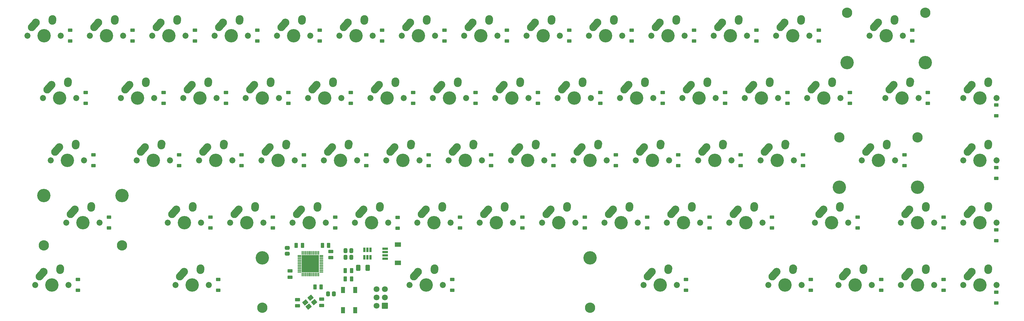
<source format=gbr>
G04 #@! TF.GenerationSoftware,KiCad,Pcbnew,(6.0.1)*
G04 #@! TF.CreationDate,2022-06-10T16:34:35-07:00*
G04 #@! TF.ProjectId,artemis-65,61727465-6d69-4732-9d36-352e6b696361,rev?*
G04 #@! TF.SameCoordinates,Original*
G04 #@! TF.FileFunction,Soldermask,Bot*
G04 #@! TF.FilePolarity,Negative*
%FSLAX46Y46*%
G04 Gerber Fmt 4.6, Leading zero omitted, Abs format (unit mm)*
G04 Created by KiCad (PCBNEW (6.0.1)) date 2022-06-10 16:34:35*
%MOMM*%
%LPD*%
G01*
G04 APERTURE LIST*
G04 Aperture macros list*
%AMRoundRect*
0 Rectangle with rounded corners*
0 $1 Rounding radius*
0 $2 $3 $4 $5 $6 $7 $8 $9 X,Y pos of 4 corners*
0 Add a 4 corners polygon primitive as box body*
4,1,4,$2,$3,$4,$5,$6,$7,$8,$9,$2,$3,0*
0 Add four circle primitives for the rounded corners*
1,1,$1+$1,$2,$3*
1,1,$1+$1,$4,$5*
1,1,$1+$1,$6,$7*
1,1,$1+$1,$8,$9*
0 Add four rect primitives between the rounded corners*
20,1,$1+$1,$2,$3,$4,$5,0*
20,1,$1+$1,$4,$5,$6,$7,0*
20,1,$1+$1,$6,$7,$8,$9,0*
20,1,$1+$1,$8,$9,$2,$3,0*%
%AMHorizOval*
0 Thick line with rounded ends*
0 $1 width*
0 $2 $3 position (X,Y) of the first rounded end (center of the circle)*
0 $4 $5 position (X,Y) of the second rounded end (center of the circle)*
0 Add line between two ends*
20,1,$1,$2,$3,$4,$5,0*
0 Add two circle primitives to create the rounded ends*
1,1,$1,$2,$3*
1,1,$1,$4,$5*%
G04 Aperture macros list end*
%ADD10RoundRect,0.300000X0.250000X0.475000X-0.250000X0.475000X-0.250000X-0.475000X0.250000X-0.475000X0*%
%ADD11RoundRect,0.300000X-0.250000X-0.475000X0.250000X-0.475000X0.250000X0.475000X-0.250000X0.475000X0*%
%ADD12RoundRect,0.112500X0.475000X0.062500X-0.475000X0.062500X-0.475000X-0.062500X0.475000X-0.062500X0*%
%ADD13RoundRect,0.112500X0.062500X0.475000X-0.062500X0.475000X-0.062500X-0.475000X0.062500X-0.475000X0*%
%ADD14RoundRect,0.050000X2.600000X2.600000X-2.600000X2.600000X-2.600000X-2.600000X2.600000X-2.600000X0*%
%ADD15C,4.087800*%
%ADD16C,1.850000*%
%ADD17HorizOval,2.350000X0.655001X0.730000X-0.655001X-0.730000X0*%
%ADD18C,2.350000*%
%ADD19HorizOval,2.350000X0.020000X0.290000X-0.020000X-0.290000X0*%
%ADD20C,3.148000*%
%ADD21C,1.800000*%
%ADD22RoundRect,0.050000X-0.850000X-0.850000X0.850000X-0.850000X0.850000X0.850000X-0.850000X0.850000X0*%
%ADD23RoundRect,0.050000X0.600000X-0.450000X0.600000X0.450000X-0.600000X0.450000X-0.600000X-0.450000X0*%
%ADD24RoundRect,0.300000X0.475000X-0.250000X0.475000X0.250000X-0.475000X0.250000X-0.475000X-0.250000X0*%
%ADD25RoundRect,0.300000X-0.262500X-0.450000X0.262500X-0.450000X0.262500X0.450000X-0.262500X0.450000X0*%
%ADD26RoundRect,0.050000X-0.550000X0.900000X-0.550000X-0.900000X0.550000X-0.900000X0.550000X0.900000X0*%
%ADD27RoundRect,0.200000X0.150000X-0.512500X0.150000X0.512500X-0.150000X0.512500X-0.150000X-0.512500X0*%
%ADD28RoundRect,0.050000X-0.150559X-0.909578X0.921904X-0.009675X0.150559X0.909578X-0.921904X0.009675X0*%
%ADD29RoundRect,0.300000X0.450000X-0.262500X0.450000X0.262500X-0.450000X0.262500X-0.450000X-0.262500X0*%
%ADD30RoundRect,0.300000X0.262500X0.450000X-0.262500X0.450000X-0.262500X-0.450000X0.262500X-0.450000X0*%
%ADD31RoundRect,0.300000X0.375000X0.625000X-0.375000X0.625000X-0.375000X-0.625000X0.375000X-0.625000X0*%
%ADD32RoundRect,0.300000X-0.475000X0.250000X-0.475000X-0.250000X0.475000X-0.250000X0.475000X0.250000X0*%
%ADD33RoundRect,0.050000X-0.900000X0.600000X-0.900000X-0.600000X0.900000X-0.600000X0.900000X0.600000X0*%
%ADD34RoundRect,0.050000X-0.775000X0.300000X-0.775000X-0.300000X0.775000X-0.300000X0.775000X0.300000X0*%
G04 APERTURE END LIST*
D10*
X97216000Y-90297000D03*
X95316000Y-90297000D03*
D11*
X89215000Y-90297000D03*
X87315000Y-90297000D03*
D12*
X94986500Y-93400000D03*
X94986500Y-93900000D03*
X94986500Y-94400000D03*
X94986500Y-94900000D03*
X94986500Y-95400000D03*
X94986500Y-95900000D03*
X94986500Y-96400000D03*
X94986500Y-96900000D03*
X94986500Y-97400000D03*
X94986500Y-97900000D03*
X94986500Y-98400000D03*
D13*
X94149000Y-99237500D03*
X93649000Y-99237500D03*
X93149000Y-99237500D03*
X92649000Y-99237500D03*
X92149000Y-99237500D03*
X91649000Y-99237500D03*
X91149000Y-99237500D03*
X90649000Y-99237500D03*
X90149000Y-99237500D03*
X89649000Y-99237500D03*
X89149000Y-99237500D03*
D12*
X88311500Y-98400000D03*
X88311500Y-97900000D03*
X88311500Y-97400000D03*
X88311500Y-96900000D03*
X88311500Y-96400000D03*
X88311500Y-95900000D03*
X88311500Y-95400000D03*
X88311500Y-94900000D03*
X88311500Y-94400000D03*
X88311500Y-93900000D03*
X88311500Y-93400000D03*
D13*
X89149000Y-92562500D03*
X89649000Y-92562500D03*
X90149000Y-92562500D03*
X90649000Y-92562500D03*
X91149000Y-92562500D03*
X91649000Y-92562500D03*
X92149000Y-92562500D03*
X92649000Y-92562500D03*
X93149000Y-92562500D03*
X93649000Y-92562500D03*
X94149000Y-92562500D03*
D14*
X91649000Y-95900000D03*
D15*
X177006250Y-64293750D03*
D16*
X182086250Y-64293750D03*
X171926250Y-64293750D03*
D17*
X173851251Y-61023750D03*
D18*
X174506250Y-60293750D03*
X179546250Y-59213750D03*
D19*
X179526250Y-59503750D03*
D15*
X96043750Y-45243750D03*
D16*
X101123750Y-45243750D03*
X90963750Y-45243750D03*
D17*
X92888751Y-41973750D03*
D18*
X93543750Y-41243750D03*
X98583750Y-40163750D03*
D19*
X98563750Y-40453750D03*
D16*
X38576250Y-64293750D03*
X48736250Y-64293750D03*
D15*
X43656250Y-64293750D03*
D17*
X40501251Y-61023750D03*
D18*
X41156250Y-60293750D03*
D19*
X46176250Y-59503750D03*
D18*
X46196250Y-59213750D03*
D16*
X200501250Y-83343750D03*
D15*
X205581250Y-83343750D03*
D16*
X210661250Y-83343750D03*
D18*
X203081250Y-79343750D03*
D17*
X202426251Y-80073750D03*
D18*
X208121250Y-78263750D03*
D19*
X208101250Y-78553750D03*
D20*
X279431750Y-19208750D03*
D16*
X272573750Y-26193750D03*
D15*
X255555750Y-34448750D03*
X279431750Y-34448750D03*
X267493750Y-26193750D03*
D20*
X255555750Y-19208750D03*
D16*
X262413750Y-26193750D03*
D18*
X264993750Y-22193750D03*
D17*
X264338751Y-22923750D03*
D19*
X270013750Y-21403750D03*
D18*
X270033750Y-21113750D03*
D16*
X129698750Y-26193750D03*
X119538750Y-26193750D03*
D15*
X124618750Y-26193750D03*
D17*
X121463751Y-22923750D03*
D18*
X122118750Y-22193750D03*
X127158750Y-21113750D03*
D19*
X127138750Y-21403750D03*
D16*
X205263750Y-45243750D03*
X215423750Y-45243750D03*
D15*
X210343750Y-45243750D03*
D17*
X207188751Y-41973750D03*
D18*
X207843750Y-41243750D03*
D19*
X212863750Y-40453750D03*
D18*
X212883750Y-40163750D03*
D16*
X267176250Y-45243750D03*
X277336250Y-45243750D03*
D15*
X272256250Y-45243750D03*
D18*
X269756250Y-41243750D03*
D17*
X269101251Y-41973750D03*
D19*
X274776250Y-40453750D03*
D18*
X274796250Y-40163750D03*
D16*
X270192500Y-64293750D03*
D15*
X277050500Y-72548750D03*
D20*
X253174500Y-57308750D03*
D15*
X265112500Y-64293750D03*
X253174500Y-72548750D03*
D16*
X260032500Y-64293750D03*
D20*
X277050500Y-57308750D03*
D17*
X261957501Y-61023750D03*
D18*
X262612500Y-60293750D03*
X267652500Y-59213750D03*
D19*
X267632500Y-59503750D03*
D16*
X290988750Y-45243750D03*
D15*
X296068750Y-45243750D03*
D16*
X301148750Y-45243750D03*
D17*
X292913751Y-41973750D03*
D18*
X293568750Y-41243750D03*
X298608750Y-40163750D03*
D19*
X298588750Y-40453750D03*
D15*
X172243750Y-45243750D03*
D16*
X177323750Y-45243750D03*
X167163750Y-45243750D03*
D17*
X169088751Y-41973750D03*
D18*
X169743750Y-41243750D03*
D19*
X174763750Y-40453750D03*
D18*
X174783750Y-40163750D03*
D15*
X277018750Y-83343750D03*
D16*
X282098750Y-83343750D03*
X271938750Y-83343750D03*
D17*
X273863751Y-80073750D03*
D18*
X274518750Y-79343750D03*
D19*
X279538750Y-78553750D03*
D18*
X279558750Y-78263750D03*
D16*
X243998750Y-26193750D03*
X233838750Y-26193750D03*
D15*
X238918750Y-26193750D03*
D18*
X236418750Y-22193750D03*
D17*
X235763751Y-22923750D03*
D18*
X241458750Y-21113750D03*
D19*
X241438750Y-21403750D03*
D16*
X301148750Y-64293750D03*
D15*
X296068750Y-64293750D03*
D16*
X290988750Y-64293750D03*
D17*
X292913751Y-61023750D03*
D18*
X293568750Y-60293750D03*
D19*
X298588750Y-59503750D03*
D18*
X298608750Y-59213750D03*
D16*
X138588750Y-26193750D03*
D15*
X143668750Y-26193750D03*
D16*
X148748750Y-26193750D03*
D18*
X141168750Y-22193750D03*
D17*
X140513751Y-22923750D03*
D18*
X146208750Y-21113750D03*
D19*
X146188750Y-21403750D03*
D16*
X195738750Y-26193750D03*
X205898750Y-26193750D03*
D15*
X200818750Y-26193750D03*
D18*
X198318750Y-22193750D03*
D17*
X197663751Y-22923750D03*
D19*
X203338750Y-21403750D03*
D18*
X203358750Y-21113750D03*
D16*
X252888750Y-102393750D03*
D15*
X257968750Y-102393750D03*
D16*
X263048750Y-102393750D03*
D17*
X254813751Y-99123750D03*
D18*
X255468750Y-98393750D03*
D19*
X260488750Y-97603750D03*
D18*
X260508750Y-97313750D03*
D15*
X224631250Y-83343750D03*
D16*
X229711250Y-83343750D03*
X219551250Y-83343750D03*
D17*
X221476251Y-80073750D03*
D18*
X222131250Y-79343750D03*
D19*
X227151250Y-78553750D03*
D18*
X227171250Y-78263750D03*
D16*
X110648750Y-26193750D03*
D15*
X105568750Y-26193750D03*
D16*
X100488750Y-26193750D03*
D17*
X102413751Y-22923750D03*
D18*
X103068750Y-22193750D03*
X108108750Y-21113750D03*
D19*
X108088750Y-21403750D03*
D16*
X62388750Y-26193750D03*
X72548750Y-26193750D03*
D15*
X67468750Y-26193750D03*
D17*
X64313751Y-22923750D03*
D18*
X64968750Y-22193750D03*
X70008750Y-21113750D03*
D19*
X69988750Y-21403750D03*
D16*
X17780000Y-102393750D03*
X7620000Y-102393750D03*
D15*
X12700000Y-102393750D03*
D17*
X9545001Y-99123750D03*
D18*
X10200000Y-98393750D03*
D19*
X15220000Y-97603750D03*
D18*
X15240000Y-97313750D03*
D15*
X153193750Y-45243750D03*
D16*
X158273750Y-45243750D03*
X148113750Y-45243750D03*
D17*
X150038751Y-41973750D03*
D18*
X150693750Y-41243750D03*
X155733750Y-40163750D03*
D19*
X155713750Y-40453750D03*
D16*
X20161250Y-45243750D03*
D15*
X15081250Y-45243750D03*
D16*
X10001250Y-45243750D03*
D18*
X12581250Y-41243750D03*
D17*
X11926251Y-41973750D03*
D19*
X17601250Y-40453750D03*
D18*
X17621250Y-40163750D03*
D15*
X248443750Y-45243750D03*
D16*
X253523750Y-45243750D03*
X243363750Y-45243750D03*
D17*
X245288751Y-41973750D03*
D18*
X245943750Y-41243750D03*
X250983750Y-40163750D03*
D19*
X250963750Y-40453750D03*
D16*
X143351250Y-83343750D03*
X153511250Y-83343750D03*
D15*
X148431250Y-83343750D03*
D18*
X145931250Y-79343750D03*
D17*
X145276251Y-80073750D03*
D19*
X150951250Y-78553750D03*
D18*
X150971250Y-78263750D03*
D16*
X105886250Y-64293750D03*
X95726250Y-64293750D03*
D15*
X100806250Y-64293750D03*
D17*
X97651251Y-61023750D03*
D18*
X98306250Y-60293750D03*
X103346250Y-59213750D03*
D19*
X103326250Y-59503750D03*
D15*
X134143750Y-45243750D03*
D16*
X129063750Y-45243750D03*
X139223750Y-45243750D03*
D18*
X131643750Y-41243750D03*
D17*
X130988751Y-41973750D03*
D18*
X136683750Y-40163750D03*
D19*
X136663750Y-40453750D03*
D16*
X115411250Y-83343750D03*
D15*
X110331250Y-83343750D03*
D16*
X105251250Y-83343750D03*
D18*
X107831250Y-79343750D03*
D17*
X107176251Y-80073750D03*
D18*
X112871250Y-78263750D03*
D19*
X112851250Y-78553750D03*
D16*
X86201250Y-83343750D03*
D15*
X91281250Y-83343750D03*
D16*
X96361250Y-83343750D03*
D17*
X88126251Y-80073750D03*
D18*
X88781250Y-79343750D03*
D19*
X93801250Y-78553750D03*
D18*
X93821250Y-78263750D03*
D16*
X60642500Y-102393750D03*
D15*
X55562500Y-102393750D03*
D16*
X50482500Y-102393750D03*
D17*
X52407501Y-99123750D03*
D18*
X53062500Y-98393750D03*
D19*
X58082500Y-97603750D03*
D18*
X58102500Y-97313750D03*
D16*
X271938750Y-102393750D03*
D15*
X277018750Y-102393750D03*
D16*
X282098750Y-102393750D03*
D17*
X273863751Y-99123750D03*
D18*
X274518750Y-98393750D03*
X279558750Y-97313750D03*
D19*
X279538750Y-97603750D03*
D15*
X127000000Y-102393750D03*
X77000100Y-94138750D03*
D20*
X176999900Y-109378750D03*
X77000100Y-109378750D03*
D16*
X132080000Y-102393750D03*
X121920000Y-102393750D03*
D15*
X176999900Y-94138750D03*
D18*
X124500000Y-98393750D03*
D17*
X123845001Y-99123750D03*
D18*
X129540000Y-97313750D03*
D19*
X129520000Y-97603750D03*
D16*
X22542500Y-64293750D03*
D15*
X17462500Y-64293750D03*
D16*
X12382500Y-64293750D03*
D18*
X14962500Y-60293750D03*
D17*
X14307501Y-61023750D03*
D18*
X20002500Y-59213750D03*
D19*
X19982500Y-59503750D03*
D16*
X34448750Y-26193750D03*
X24288750Y-26193750D03*
D15*
X29368750Y-26193750D03*
D17*
X26213751Y-22923750D03*
D18*
X26868750Y-22193750D03*
X31908750Y-21113750D03*
D19*
X31888750Y-21403750D03*
D16*
X241617500Y-102393750D03*
X231457500Y-102393750D03*
D15*
X236537500Y-102393750D03*
D18*
X234037500Y-98393750D03*
D17*
X233382501Y-99123750D03*
D19*
X239057500Y-97603750D03*
D18*
X239077500Y-97313750D03*
D16*
X82073750Y-45243750D03*
D15*
X76993750Y-45243750D03*
D16*
X71913750Y-45243750D03*
D17*
X73838751Y-41973750D03*
D18*
X74493750Y-41243750D03*
D19*
X79513750Y-40453750D03*
D18*
X79533750Y-40163750D03*
D16*
X239236250Y-64293750D03*
X229076250Y-64293750D03*
D15*
X234156250Y-64293750D03*
D17*
X231001251Y-61023750D03*
D18*
X231656250Y-60293750D03*
X236696250Y-59213750D03*
D19*
X236676250Y-59503750D03*
D15*
X186531250Y-83343750D03*
D16*
X181451250Y-83343750D03*
X191611250Y-83343750D03*
D18*
X184031250Y-79343750D03*
D17*
X183376251Y-80073750D03*
D18*
X189071250Y-78263750D03*
D19*
X189051250Y-78553750D03*
D16*
X133826250Y-64293750D03*
D15*
X138906250Y-64293750D03*
D16*
X143986250Y-64293750D03*
D18*
X136406250Y-60293750D03*
D17*
X135751251Y-61023750D03*
D19*
X141426250Y-59503750D03*
D18*
X141446250Y-59213750D03*
D16*
X67151250Y-83343750D03*
D15*
X72231250Y-83343750D03*
D16*
X77311250Y-83343750D03*
D17*
X69076251Y-80073750D03*
D18*
X69731250Y-79343750D03*
X74771250Y-78263750D03*
D19*
X74751250Y-78553750D03*
D16*
X290988750Y-102393750D03*
X301148750Y-102393750D03*
D15*
X296068750Y-102393750D03*
D18*
X293568750Y-98393750D03*
D17*
X292913751Y-99123750D03*
D19*
X298588750Y-97603750D03*
D18*
X298608750Y-97313750D03*
D16*
X167798750Y-26193750D03*
X157638750Y-26193750D03*
D15*
X162718750Y-26193750D03*
D18*
X160218750Y-22193750D03*
D17*
X159563751Y-22923750D03*
D19*
X165238750Y-21403750D03*
D18*
X165258750Y-21113750D03*
D20*
X34163000Y-90328750D03*
D16*
X27305000Y-83343750D03*
D15*
X10287000Y-75088750D03*
D16*
X17145000Y-83343750D03*
D20*
X10287000Y-90328750D03*
D15*
X34163000Y-75088750D03*
X22225000Y-83343750D03*
D17*
X19070001Y-80073750D03*
D18*
X19725000Y-79343750D03*
X24765000Y-78263750D03*
D19*
X24745000Y-78553750D03*
D21*
X111810800Y-103694300D03*
X114350800Y-103694300D03*
X111810800Y-106234300D03*
X114350800Y-106234300D03*
X111810800Y-108774300D03*
D22*
X114350800Y-108774300D03*
D15*
X86518750Y-26193750D03*
D16*
X91598750Y-26193750D03*
X81438750Y-26193750D03*
D18*
X84018750Y-22193750D03*
D17*
X83363751Y-22923750D03*
D19*
X89038750Y-21403750D03*
D18*
X89058750Y-21113750D03*
D15*
X215106250Y-64293750D03*
D16*
X210026250Y-64293750D03*
X220186250Y-64293750D03*
D18*
X212606250Y-60293750D03*
D17*
X211951251Y-61023750D03*
D18*
X217646250Y-59213750D03*
D19*
X217626250Y-59503750D03*
D15*
X115093750Y-45243750D03*
D16*
X110013750Y-45243750D03*
X120173750Y-45243750D03*
D18*
X112593750Y-41243750D03*
D17*
X111938751Y-41973750D03*
D19*
X117613750Y-40453750D03*
D18*
X117633750Y-40163750D03*
D16*
X76676250Y-64293750D03*
X86836250Y-64293750D03*
D15*
X81756250Y-64293750D03*
D17*
X78601251Y-61023750D03*
D18*
X79256250Y-60293750D03*
D19*
X84276250Y-59503750D03*
D18*
X84296250Y-59213750D03*
D16*
X58261250Y-83343750D03*
D15*
X53181250Y-83343750D03*
D16*
X48101250Y-83343750D03*
D17*
X50026251Y-80073750D03*
D18*
X50681250Y-79343750D03*
D19*
X55701250Y-78553750D03*
D18*
X55721250Y-78263750D03*
D16*
X172561250Y-83343750D03*
X162401250Y-83343750D03*
D15*
X167481250Y-83343750D03*
D17*
X164326251Y-80073750D03*
D18*
X164981250Y-79343750D03*
D19*
X170001250Y-78553750D03*
D18*
X170021250Y-78263750D03*
D16*
X57626250Y-64293750D03*
D15*
X62706250Y-64293750D03*
D16*
X67786250Y-64293750D03*
D17*
X59551251Y-61023750D03*
D18*
X60206250Y-60293750D03*
X65246250Y-59213750D03*
D19*
X65226250Y-59503750D03*
D15*
X219868750Y-26193750D03*
D16*
X224948750Y-26193750D03*
X214788750Y-26193750D03*
D18*
X217368750Y-22193750D03*
D17*
X216713751Y-22923750D03*
D18*
X222408750Y-21113750D03*
D19*
X222388750Y-21403750D03*
D15*
X191293750Y-45243750D03*
D16*
X186213750Y-45243750D03*
X196373750Y-45243750D03*
D18*
X188793750Y-41243750D03*
D17*
X188138751Y-41973750D03*
D19*
X193813750Y-40453750D03*
D18*
X193833750Y-40163750D03*
D16*
X203517500Y-102393750D03*
D15*
X198437500Y-102393750D03*
D16*
X193357500Y-102393750D03*
D18*
X195937500Y-98393750D03*
D17*
X195282501Y-99123750D03*
D18*
X200977500Y-97313750D03*
D19*
X200957500Y-97603750D03*
D15*
X10318750Y-26193750D03*
D16*
X15398750Y-26193750D03*
X5238750Y-26193750D03*
D18*
X7818750Y-22193750D03*
D17*
X7163751Y-22923750D03*
D18*
X12858750Y-21113750D03*
D19*
X12838750Y-21403750D03*
D15*
X296068750Y-83343750D03*
D16*
X290988750Y-83343750D03*
X301148750Y-83343750D03*
D17*
X292913751Y-80073750D03*
D18*
X293568750Y-79343750D03*
X298608750Y-78263750D03*
D19*
X298588750Y-78553750D03*
D15*
X250825000Y-83343750D03*
D16*
X245745000Y-83343750D03*
X255905000Y-83343750D03*
D18*
X248325000Y-79343750D03*
D17*
X247670001Y-80073750D03*
D18*
X253365000Y-78263750D03*
D19*
X253345000Y-78553750D03*
D16*
X63023750Y-45243750D03*
D15*
X57943750Y-45243750D03*
D16*
X52863750Y-45243750D03*
D18*
X55443750Y-41243750D03*
D17*
X54788751Y-41973750D03*
D18*
X60483750Y-40163750D03*
D19*
X60463750Y-40453750D03*
D16*
X43338750Y-26193750D03*
D15*
X48418750Y-26193750D03*
D16*
X53498750Y-26193750D03*
D18*
X45918750Y-22193750D03*
D17*
X45263751Y-22923750D03*
D18*
X50958750Y-21113750D03*
D19*
X50938750Y-21403750D03*
D16*
X186848750Y-26193750D03*
X176688750Y-26193750D03*
D15*
X181768750Y-26193750D03*
D17*
X178613751Y-22923750D03*
D18*
X179268750Y-22193750D03*
X184308750Y-21113750D03*
D19*
X184288750Y-21403750D03*
D15*
X157956250Y-64293750D03*
D16*
X163036250Y-64293750D03*
X152876250Y-64293750D03*
D17*
X154801251Y-61023750D03*
D18*
X155456250Y-60293750D03*
D19*
X160476250Y-59503750D03*
D18*
X160496250Y-59213750D03*
D16*
X134461250Y-83343750D03*
D15*
X129381250Y-83343750D03*
D16*
X124301250Y-83343750D03*
D18*
X126881250Y-79343750D03*
D17*
X126226251Y-80073750D03*
D18*
X131921250Y-78263750D03*
D19*
X131901250Y-78553750D03*
D16*
X201136250Y-64293750D03*
D15*
X196056250Y-64293750D03*
D16*
X190976250Y-64293750D03*
D18*
X193556250Y-60293750D03*
D17*
X192901251Y-61023750D03*
D18*
X198596250Y-59213750D03*
D19*
X198576250Y-59503750D03*
D16*
X43973750Y-45243750D03*
D15*
X38893750Y-45243750D03*
D16*
X33813750Y-45243750D03*
D18*
X36393750Y-41243750D03*
D17*
X35738751Y-41973750D03*
D18*
X41433750Y-40163750D03*
D19*
X41413750Y-40453750D03*
D16*
X114776250Y-64293750D03*
D15*
X119856250Y-64293750D03*
D16*
X124936250Y-64293750D03*
D18*
X117356250Y-60293750D03*
D17*
X116701251Y-61023750D03*
D18*
X122396250Y-59213750D03*
D19*
X122376250Y-59503750D03*
D16*
X234473750Y-45243750D03*
X224313750Y-45243750D03*
D15*
X229393750Y-45243750D03*
D17*
X226238751Y-41973750D03*
D18*
X226893750Y-41243750D03*
D19*
X231913750Y-40453750D03*
D18*
X231933750Y-40163750D03*
D23*
X280193750Y-46893750D03*
X280193750Y-43593750D03*
X103981250Y-46893750D03*
X103981250Y-43593750D03*
X89693750Y-65943750D03*
X89693750Y-62643750D03*
X20637500Y-104043750D03*
X20637500Y-100743750D03*
X284956250Y-104043750D03*
X284956250Y-100743750D03*
X134937500Y-104043750D03*
X134937500Y-100743750D03*
D24*
X97917000Y-92141000D03*
X97917000Y-94041000D03*
D23*
X56356250Y-27843750D03*
X56356250Y-24543750D03*
X156368750Y-84993750D03*
X156368750Y-81693750D03*
X84931250Y-46893750D03*
X84931250Y-43593750D03*
D25*
X97004500Y-105156000D03*
X98829500Y-105156000D03*
D23*
X25400000Y-65943750D03*
X25400000Y-62643750D03*
X208756250Y-27843750D03*
X208756250Y-24543750D03*
D26*
X105329600Y-110135600D03*
X101629600Y-103935600D03*
X101629600Y-110135600D03*
X105329600Y-103935600D03*
D23*
X175418750Y-84993750D03*
X175418750Y-81693750D03*
D24*
X95123000Y-106746000D03*
X95123000Y-108646000D03*
D27*
X110017600Y-93974500D03*
X109067600Y-93974500D03*
X108117600Y-93974500D03*
X108117600Y-91699500D03*
X109067600Y-91699500D03*
X110017600Y-91699500D03*
D23*
X265906250Y-104043750D03*
X265906250Y-100743750D03*
X237331250Y-46893750D03*
X237331250Y-43593750D03*
X113506250Y-27843750D03*
X113506250Y-24543750D03*
X232568750Y-84993750D03*
X232568750Y-81693750D03*
X258762500Y-84993750D03*
X258762500Y-81693750D03*
X142081250Y-46893750D03*
X142081250Y-43593750D03*
X61118750Y-84993750D03*
X61118750Y-81693750D03*
X256381250Y-46893750D03*
X256381250Y-43593750D03*
X165893750Y-65943750D03*
X165893750Y-62643750D03*
X151606250Y-27843750D03*
X151606250Y-24543750D03*
X189706250Y-27843750D03*
X189706250Y-24543750D03*
X123031250Y-46893750D03*
X123031250Y-43593750D03*
X108743750Y-65943750D03*
X108743750Y-62643750D03*
X275431250Y-27843750D03*
X275431250Y-24543750D03*
D28*
X90050982Y-107751929D03*
X91736279Y-106337796D03*
X92829018Y-107640071D03*
X91143721Y-109054204D03*
D23*
X213518750Y-84993750D03*
X213518750Y-81693750D03*
X180181250Y-46893750D03*
X180181250Y-43593750D03*
X273050000Y-65943750D03*
X273050000Y-62643750D03*
X37306250Y-27843750D03*
X37306250Y-24543750D03*
X206375000Y-104043750D03*
X206375000Y-100743750D03*
X203993750Y-65943750D03*
X203993750Y-62643750D03*
X18256250Y-27843750D03*
X18256250Y-24543750D03*
X170656250Y-27843750D03*
X170656250Y-24543750D03*
X246856250Y-27843750D03*
X246856250Y-24543750D03*
X301117000Y-50672000D03*
X301117000Y-47372000D03*
X227806250Y-27843750D03*
X227806250Y-24543750D03*
X146843750Y-65943750D03*
X146843750Y-62643750D03*
D29*
X84582000Y-92860500D03*
X84582000Y-91035500D03*
D23*
X301117000Y-69849000D03*
X301117000Y-66549000D03*
X244475000Y-104043750D03*
X244475000Y-100743750D03*
D24*
X87757000Y-108773000D03*
X87757000Y-106873000D03*
D23*
X161131250Y-46893750D03*
X161131250Y-43593750D03*
X99218750Y-84993750D03*
X99218750Y-81693750D03*
X301117000Y-88899000D03*
X301117000Y-85599000D03*
X70643750Y-65943750D03*
X70643750Y-62643750D03*
X284956250Y-84993750D03*
X284956250Y-81693750D03*
X301117000Y-107949000D03*
X301117000Y-104649000D03*
X132556250Y-27843750D03*
X132556250Y-24543750D03*
X137318750Y-84993750D03*
X137318750Y-81693750D03*
X65881250Y-46893750D03*
X65881250Y-43593750D03*
X23018750Y-46893750D03*
X23018750Y-43593750D03*
X223043750Y-65943750D03*
X223043750Y-62643750D03*
X30162500Y-84993750D03*
X30162500Y-81693750D03*
D10*
X104201000Y-98044000D03*
X102301000Y-98044000D03*
D23*
X218281250Y-46893750D03*
X218281250Y-43593750D03*
D30*
X104163500Y-93980000D03*
X102338500Y-93980000D03*
D23*
X46831250Y-46893750D03*
X46831250Y-43593750D03*
X184943750Y-65943750D03*
X184943750Y-62643750D03*
X242093750Y-65943750D03*
X242093750Y-62643750D03*
X80168750Y-84993750D03*
X80168750Y-81693750D03*
D31*
X109096000Y-97155000D03*
X106296000Y-97155000D03*
D23*
X75406250Y-27843750D03*
X75406250Y-24543750D03*
D11*
X102301000Y-100584000D03*
X104201000Y-100584000D03*
D23*
X118268750Y-85056250D03*
X118268750Y-81756250D03*
X127793750Y-65943750D03*
X127793750Y-62643750D03*
D32*
X85471000Y-98110000D03*
X85471000Y-100010000D03*
D23*
X94456250Y-27843750D03*
X94456250Y-24543750D03*
X63500000Y-104043750D03*
X63500000Y-100743750D03*
X194468750Y-84993750D03*
X194468750Y-81693750D03*
X51593750Y-65943750D03*
X51593750Y-62643750D03*
D10*
X93030000Y-102997000D03*
X94930000Y-102997000D03*
D33*
X118336000Y-90037000D03*
X118336000Y-95637000D03*
D34*
X114461000Y-91337000D03*
X114461000Y-92337000D03*
X114461000Y-93337000D03*
X114461000Y-94337000D03*
D23*
X199231250Y-46893750D03*
X199231250Y-43593750D03*
D30*
X104163500Y-91948000D03*
X102338500Y-91948000D03*
M02*

</source>
